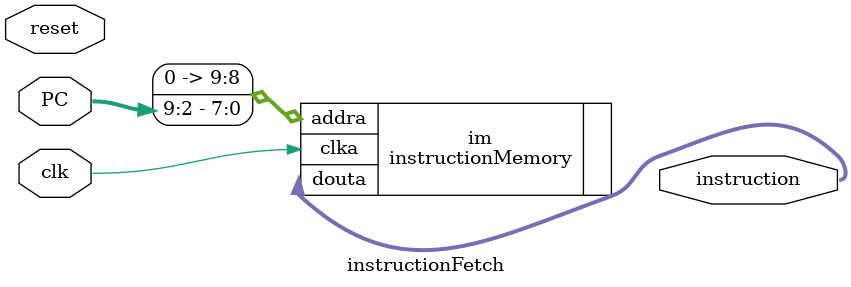
<source format=v>
`timescale 1ns / 1ps


module instructionFetch(
    input [31:0] PC,
    input clk,
    input reset, 
    output wire [31:0] instruction
);

	instructionMemory im(.clka(clk), .addra(PC[9:0] >> 2), .douta(instruction));

endmodule 


</source>
